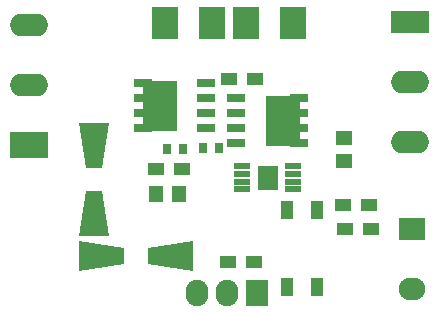
<source format=gts>
G04 #@! TF.FileFunction,Soldermask,Top*
%FSLAX46Y46*%
G04 Gerber Fmt 4.6, Leading zero omitted, Abs format (unit mm)*
G04 Created by KiCad (PCBNEW 0.201511171411+6319~30~ubuntu15.10.1-product) date Fr 04 Dez 2015 11:52:51 CET*
%MOMM*%
G01*
G04 APERTURE LIST*
%ADD10C,0.100000*%
%ADD11R,1.927200X2.232000*%
%ADD12O,1.927200X2.232000*%
%ADD13R,3.200000X1.927200*%
%ADD14O,3.200000X1.927200*%
%ADD15R,3.200000X2.200000*%
%ADD16R,2.232000X1.927200*%
%ADD17O,2.232000X1.927200*%
%ADD18R,2.200000X2.700000*%
%ADD19R,1.450000X1.200000*%
%ADD20R,1.200000X1.450000*%
%ADD21R,0.800000X0.900000*%
%ADD22R,1.470000X0.581000*%
%ADD23R,1.770000X2.090000*%
%ADD24R,1.599540X0.799440*%
%ADD25R,2.999080X4.200500*%
%ADD26R,1.400000X1.100000*%
%ADD27R,1.000100X1.500480*%
G04 APERTURE END LIST*
D10*
D11*
X169037000Y-85725000D03*
D12*
X166497000Y-85725000D03*
X163957000Y-85725000D03*
D13*
X181991000Y-62738000D03*
D14*
X181991000Y-67818000D03*
X181991000Y-72898000D03*
D15*
X149733000Y-73152000D03*
D14*
X149733000Y-68072000D03*
X149733000Y-62992000D03*
D16*
X182118000Y-80264000D03*
D17*
X182118000Y-85344000D03*
D10*
G36*
X163551540Y-81300650D02*
X163551540Y-83799350D01*
X159749820Y-83199910D01*
X159749820Y-81900090D01*
X163551540Y-81300650D01*
X163551540Y-81300650D01*
G37*
G36*
X153948460Y-83799350D02*
X153948460Y-81300650D01*
X157750180Y-81900090D01*
X157750180Y-83199910D01*
X153948460Y-83799350D01*
X153948460Y-83799350D01*
G37*
G36*
X153944650Y-71271460D02*
X156443350Y-71271460D01*
X155843910Y-75073180D01*
X154544090Y-75073180D01*
X153944650Y-71271460D01*
X153944650Y-71271460D01*
G37*
G36*
X156443350Y-80874540D02*
X153944650Y-80874540D01*
X154544090Y-77072820D01*
X155843910Y-77072820D01*
X156443350Y-80874540D01*
X156443350Y-80874540D01*
G37*
D18*
X172053000Y-62865000D03*
X168053000Y-62865000D03*
D19*
X176403000Y-72533000D03*
X176403000Y-74533000D03*
D20*
X160417000Y-77343000D03*
X162417000Y-77343000D03*
D21*
X165800000Y-73406000D03*
X164400000Y-73406000D03*
X161352000Y-73533000D03*
X162752000Y-73533000D03*
D22*
X167767000Y-74970640D03*
X167767000Y-75620880D03*
X167767000Y-76271120D03*
X167767000Y-76921360D03*
X172085000Y-76921360D03*
X172085000Y-76271120D03*
X172085000Y-75620880D03*
X172085000Y-74970640D03*
D23*
X169926000Y-75946000D03*
D18*
X165195000Y-62865000D03*
X161195000Y-62865000D03*
D24*
X159385000Y-71755000D03*
X164719000Y-71755000D03*
X159385000Y-70485000D03*
X159385000Y-69215000D03*
X159385000Y-67945000D03*
X164719000Y-70485000D03*
X164719000Y-69215000D03*
X164719000Y-67945000D03*
D25*
X160782000Y-69850000D03*
D24*
X172593000Y-69215000D03*
X167259000Y-69215000D03*
X172593000Y-70485000D03*
X172593000Y-71755000D03*
X172593000Y-73025000D03*
X167259000Y-70485000D03*
X167259000Y-71755000D03*
X167259000Y-73025000D03*
D25*
X171196000Y-71120000D03*
D26*
X166667000Y-67564000D03*
X168867000Y-67564000D03*
X160444000Y-75184000D03*
X162644000Y-75184000D03*
X178519000Y-78232000D03*
X176319000Y-78232000D03*
X176446000Y-80264000D03*
X178646000Y-80264000D03*
X166540000Y-83058000D03*
X168740000Y-83058000D03*
D27*
X174117000Y-85166200D03*
X171577000Y-85166200D03*
X171577000Y-78663800D03*
X174117000Y-78663800D03*
M02*

</source>
